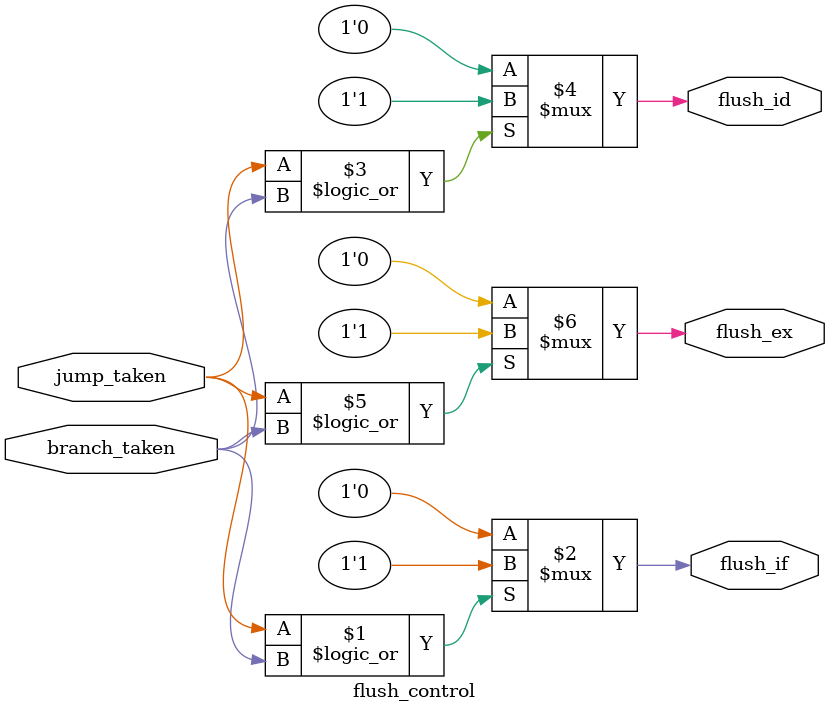
<source format=v>
module flush_control(
    input branch_taken,
    input jump_taken,
    output flush_if,
    output flush_id,
    output flush_ex,
);

    assign flush_if = (jump_taken || branch_taken) ? 1'b1 : 1'b0;
    assign flush_id = (jump_taken || branch_taken) ? 1'b1 : 1'b0;
    assign flush_ex = (jump_taken || branch_taken) ? 1'b1 : 1'b0;

endmodule
</source>
